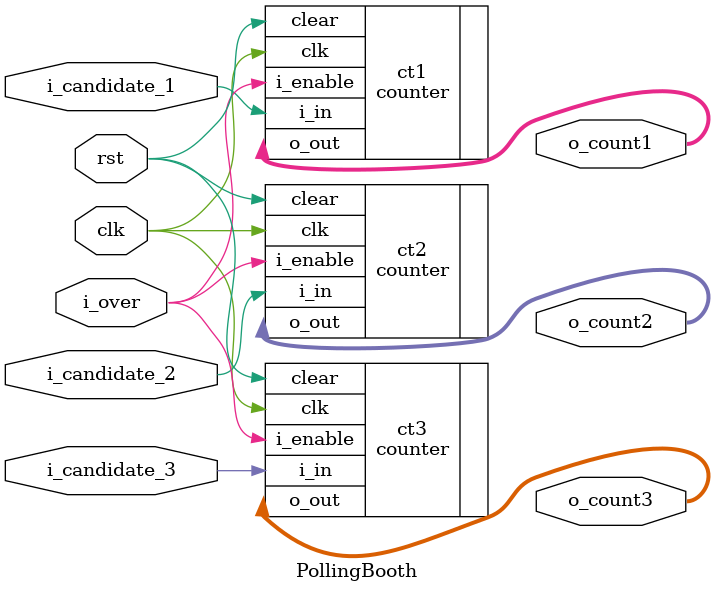
<source format=v>
module PollingBooth (
    input clk,							
    input rst,							// input High to reset counting  (active high)
    input i_candidate_1,				// input to vote for candidate 1
    input i_candidate_2,				// input to vote for candidate 2
    input i_candidate_3,				// input to vote for candidate 3
    input i_over,				// input high to get total votes after voting is over

    output wire [31:0] o_count1,		// output for total number of votes of candidate 1
    output wire [31:0] o_count2,		// output for total number of votes of candidate 2
    output wire [31:0] o_count3			// output for total number of votes of candidate 3
);

counter ct1(.clk(clk), .clear(rst), .i_enable(i_over), .i_in(i_candidate_1), .o_out(o_count1));
counter ct2(.clk(clk), .clear(rst), .i_enable(i_over), .i_in(i_candidate_2), .o_out(o_count2));
counter ct3(.clk(clk), .clear(rst), .i_enable(i_over), .i_in(i_candidate_3), .o_out(o_count3));
    

endmodule
</source>
